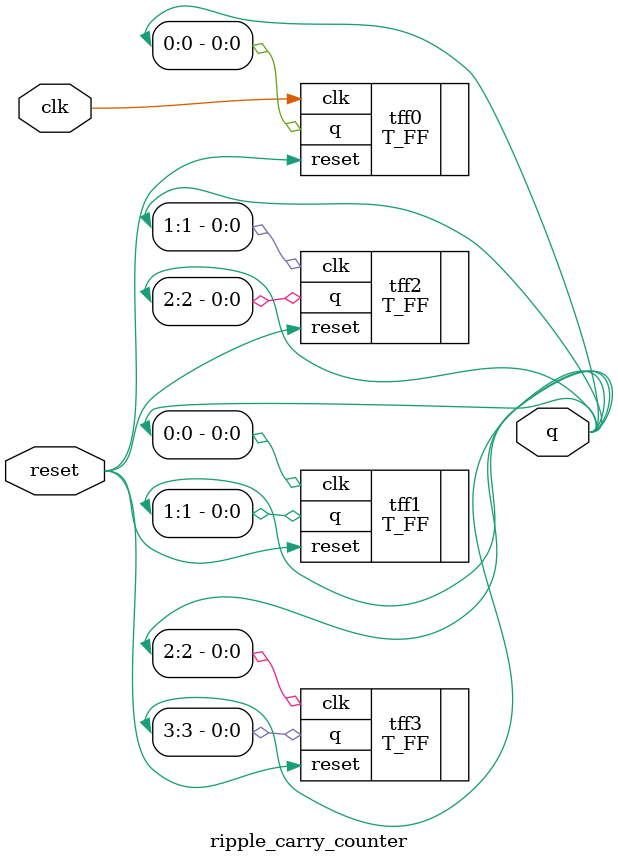
<source format=v>
module ripple_carry_counter(q, clk, reset );

output [3:0] q;     //I/O signals and vector declarations
                    //will be explained later.
input clk, reset;   //I/O signals will be explained later.

//Four instances of the module T_FF are created. Each has a unique
//name.Each instance is passed a set of signals. Notice, that
//each instance is a copy of the module T_FF.

    T_FF tff0
    (
      .q    (q[0]),
      .clk  (clk),
      .reset(reset)
    );

    T_FF tff1
    (
      .q    (q[1]),
      .clk  (q[0]),
      .reset(reset)
    );

    T_FF tff2
    (
      .q    (q[2]),
      .clk  (q[1]),
      .reset(reset)
    );

    T_FF tff3
    (
      .q    (q[3]),
      .clk  (q[2]),
      .reset(reset)
    );

endmodule




</source>
